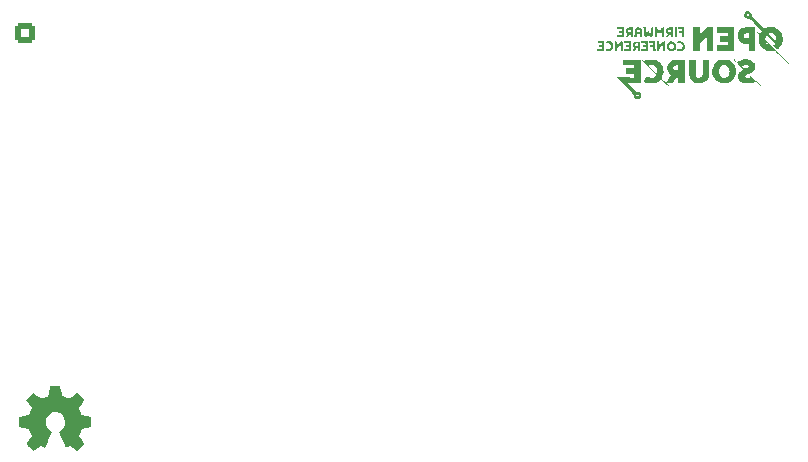
<source format=gbr>
%TF.GenerationSoftware,KiCad,Pcbnew,9.0.2*%
%TF.CreationDate,2025-07-08T15:37:37+02:00*%
%TF.ProjectId,MacroKeyPad,4d616372-6f4b-4657-9950-61642e6b6963,rev?*%
%TF.SameCoordinates,Original*%
%TF.FileFunction,Legend,Bot*%
%TF.FilePolarity,Positive*%
%FSLAX46Y46*%
G04 Gerber Fmt 4.6, Leading zero omitted, Abs format (unit mm)*
G04 Created by KiCad (PCBNEW 9.0.2) date 2025-07-08 15:37:37*
%MOMM*%
%LPD*%
G01*
G04 APERTURE LIST*
G04 Aperture macros list*
%AMRoundRect*
0 Rectangle with rounded corners*
0 $1 Rounding radius*
0 $2 $3 $4 $5 $6 $7 $8 $9 X,Y pos of 4 corners*
0 Add a 4 corners polygon primitive as box body*
4,1,4,$2,$3,$4,$5,$6,$7,$8,$9,$2,$3,0*
0 Add four circle primitives for the rounded corners*
1,1,$1+$1,$2,$3*
1,1,$1+$1,$4,$5*
1,1,$1+$1,$6,$7*
1,1,$1+$1,$8,$9*
0 Add four rect primitives between the rounded corners*
20,1,$1+$1,$2,$3,$4,$5,0*
20,1,$1+$1,$4,$5,$6,$7,0*
20,1,$1+$1,$6,$7,$8,$9,0*
20,1,$1+$1,$8,$9,$2,$3,0*%
G04 Aperture macros list end*
%ADD10C,0.000000*%
%ADD11C,2.490000*%
%ADD12C,1.300000*%
%ADD13R,1.300000X1.300000*%
%ADD14RoundRect,0.250000X0.600000X-0.600000X0.600000X0.600000X-0.600000X0.600000X-0.600000X-0.600000X0*%
%ADD15C,1.700000*%
%ADD16C,1.498600*%
%ADD17C,3.987800*%
%ADD18C,2.200000*%
%ADD19C,2.500000*%
%ADD20C,2.600000*%
%ADD21C,4.400000*%
%ADD22R,1.700000X1.700000*%
%ADD23O,1.700000X1.700000*%
%ADD24R,2.000000X2.000000*%
%ADD25C,2.000000*%
%ADD26R,2.000000X3.200000*%
G04 APERTURE END LIST*
D10*
%TO.C,G\u002A\u002A\u002A*%
G36*
X178790529Y-64692999D02*
G01*
X178790529Y-65104002D01*
X178489127Y-65104002D01*
X178187725Y-65104002D01*
X178187725Y-65021801D01*
X178187725Y-64939601D01*
X178393226Y-64939601D01*
X178598728Y-64939601D01*
X178598728Y-64857400D01*
X178597189Y-64816807D01*
X178583270Y-64788037D01*
X178542828Y-64776995D01*
X178461727Y-64775199D01*
X178394072Y-64774276D01*
X178346122Y-64765925D01*
X178327719Y-64741659D01*
X178324726Y-64692999D01*
X178326264Y-64652406D01*
X178340183Y-64623636D01*
X178380625Y-64612594D01*
X178461727Y-64610798D01*
X178529381Y-64609875D01*
X178577331Y-64601523D01*
X178595735Y-64577258D01*
X178598728Y-64528597D01*
X178598728Y-64446397D01*
X178406926Y-64446397D01*
X178215125Y-64446397D01*
X178215125Y-64364196D01*
X178215125Y-64281995D01*
X178502827Y-64281995D01*
X178790529Y-64281995D01*
X178790529Y-64692999D01*
G37*
G36*
X179524218Y-64699849D02*
G01*
X179531800Y-65104002D01*
X179435167Y-65104002D01*
X179338534Y-65104002D01*
X179338534Y-64967001D01*
X179336751Y-64913127D01*
X179322845Y-64848003D01*
X179294660Y-64835279D01*
X179251608Y-64874954D01*
X179193102Y-64967029D01*
X179152642Y-65035661D01*
X179114305Y-65081522D01*
X179070978Y-65100355D01*
X179006533Y-65104002D01*
X178965096Y-65102852D01*
X178919111Y-65092647D01*
X178917134Y-65069752D01*
X178924188Y-65057988D01*
X178957872Y-65002927D01*
X179002193Y-64931330D01*
X179067012Y-64827159D01*
X178997271Y-64744276D01*
X178938954Y-64647772D01*
X178924140Y-64547035D01*
X178925987Y-64541396D01*
X179122060Y-64541396D01*
X179135935Y-64603948D01*
X179181878Y-64640038D01*
X179252246Y-64660484D01*
X179280565Y-64662955D01*
X179320661Y-64658203D01*
X179336038Y-64627329D01*
X179338534Y-64555998D01*
X179338269Y-64518914D01*
X179331598Y-64467035D01*
X179306869Y-64449345D01*
X179252246Y-64451511D01*
X179225753Y-64455651D01*
X179154742Y-64488369D01*
X179122060Y-64541396D01*
X178925987Y-64541396D01*
X178954240Y-64455159D01*
X179024137Y-64377664D01*
X179128716Y-64320069D01*
X179262863Y-64287892D01*
X179421460Y-64286653D01*
X179516635Y-64295696D01*
X179521519Y-64555998D01*
X179524218Y-64699849D01*
G37*
G36*
X180316044Y-64641206D02*
G01*
X180322168Y-64752488D01*
X180324544Y-64867050D01*
X180322921Y-64970425D01*
X180317048Y-65048143D01*
X180306675Y-65085735D01*
X180273527Y-65098134D01*
X180210774Y-65104002D01*
X180183812Y-65103357D01*
X180149434Y-65092515D01*
X180135657Y-65056574D01*
X180133140Y-64980701D01*
X180133140Y-64857400D01*
X179996139Y-64857400D01*
X179859138Y-64857400D01*
X179859138Y-64980701D01*
X179858531Y-65036678D01*
X179849847Y-65084023D01*
X179821277Y-65101493D01*
X179760942Y-65104002D01*
X179662747Y-65104002D01*
X179671892Y-64772887D01*
X179676595Y-64602578D01*
X179859138Y-64602578D01*
X179860706Y-64650645D01*
X179874632Y-64680401D01*
X179915060Y-64691406D01*
X179996139Y-64692999D01*
X180053197Y-64692306D01*
X180106972Y-64685197D01*
X180128938Y-64664396D01*
X180133140Y-64622697D01*
X180120821Y-64536295D01*
X180075745Y-64469584D01*
X180000655Y-64446397D01*
X179924091Y-64460150D01*
X179874685Y-64510628D01*
X179859138Y-64602578D01*
X179676595Y-64602578D01*
X179681036Y-64441772D01*
X179770519Y-64361884D01*
X179824170Y-64319762D01*
X179896168Y-64289715D01*
X179992876Y-64281995D01*
X180026099Y-64283017D01*
X180152028Y-64312570D01*
X180241939Y-64383285D01*
X180296445Y-64495593D01*
X180306423Y-64547674D01*
X180314140Y-64622697D01*
X180316044Y-64641206D01*
G37*
G36*
X180520183Y-64286855D02*
G01*
X180612644Y-64295696D01*
X180637286Y-64583398D01*
X180661928Y-64871100D01*
X180716058Y-64740949D01*
X180724563Y-64720864D01*
X180760389Y-64651195D01*
X180796255Y-64618767D01*
X180844805Y-64610798D01*
X180890170Y-64617469D01*
X180930720Y-64650484D01*
X180970157Y-64723305D01*
X180974794Y-64733518D01*
X181005482Y-64793322D01*
X181025189Y-64808440D01*
X181040893Y-64784956D01*
X181049494Y-64748386D01*
X181058703Y-64667387D01*
X181063196Y-64569698D01*
X181066806Y-64452437D01*
X181077403Y-64363768D01*
X181098962Y-64312072D01*
X181135682Y-64287948D01*
X181191766Y-64281995D01*
X181246851Y-64284889D01*
X181273975Y-64301898D01*
X181271672Y-64343646D01*
X181265140Y-64385110D01*
X181254370Y-64472449D01*
X181241674Y-64588794D01*
X181228624Y-64720399D01*
X181217137Y-64836295D01*
X181204853Y-64948087D01*
X181194482Y-65030028D01*
X181187482Y-65069752D01*
X181155385Y-65093855D01*
X181093447Y-65104002D01*
X181053654Y-65100650D01*
X181014976Y-65080880D01*
X180978034Y-65033271D01*
X180931203Y-64946540D01*
X180851582Y-64789078D01*
X180774355Y-64946540D01*
X180733826Y-65025053D01*
X180697691Y-65076528D01*
X180660603Y-65099037D01*
X180610693Y-65104002D01*
X180524257Y-65104002D01*
X180492425Y-64809450D01*
X180482825Y-64721972D01*
X180467698Y-64588806D01*
X180454112Y-64474333D01*
X180444159Y-64396456D01*
X180427723Y-64278015D01*
X180520183Y-64286855D01*
G37*
G36*
X182188156Y-64692999D02*
G01*
X182188156Y-65104002D01*
X182092255Y-65104002D01*
X181996355Y-65104002D01*
X181995617Y-64850550D01*
X181994880Y-64597098D01*
X181920267Y-64686396D01*
X181902574Y-64705972D01*
X181841937Y-64755750D01*
X181790853Y-64775693D01*
X181777021Y-64773517D01*
X181720543Y-64742485D01*
X181661439Y-64686396D01*
X181586826Y-64597098D01*
X181586088Y-64850550D01*
X181585351Y-65104002D01*
X181488718Y-65104002D01*
X181392085Y-65104002D01*
X181399667Y-64699849D01*
X181407250Y-64295696D01*
X181490709Y-64287527D01*
X181512367Y-64286162D01*
X181561117Y-64294972D01*
X181606124Y-64330432D01*
X181662933Y-64402962D01*
X181700044Y-64453041D01*
X181747887Y-64512565D01*
X181776936Y-64542164D01*
X181801379Y-64532901D01*
X181848150Y-64488994D01*
X181905113Y-64419878D01*
X181938963Y-64375835D01*
X181993508Y-64316728D01*
X182041674Y-64288935D01*
X182098104Y-64281995D01*
X182188156Y-64281995D01*
X182188156Y-64692999D01*
G37*
G36*
X182921844Y-64699849D02*
G01*
X182929427Y-65104002D01*
X182832794Y-65104002D01*
X182736160Y-65104002D01*
X182736160Y-64967001D01*
X182734859Y-64916457D01*
X182723573Y-64850650D01*
X182699415Y-64830000D01*
X182677302Y-64842517D01*
X182634761Y-64892277D01*
X182588104Y-64967001D01*
X182549047Y-65035353D01*
X182511538Y-65081462D01*
X182468752Y-65100359D01*
X182404684Y-65104002D01*
X182377033Y-65103877D01*
X182323999Y-65099347D01*
X182311314Y-65081763D01*
X182328078Y-65042351D01*
X182365238Y-64978500D01*
X182413370Y-64904983D01*
X182466412Y-64829266D01*
X182395785Y-64745330D01*
X182337140Y-64648521D01*
X182328148Y-64588740D01*
X182521705Y-64588740D01*
X182529795Y-64619117D01*
X182562450Y-64647859D01*
X182633410Y-64660402D01*
X182736160Y-64668906D01*
X182736160Y-64557652D01*
X182736027Y-64534004D01*
X182730202Y-64474962D01*
X182707639Y-64450945D01*
X182657315Y-64446397D01*
X182586295Y-64459811D01*
X182532427Y-64509319D01*
X182521705Y-64588740D01*
X182328148Y-64588740D01*
X182321941Y-64547471D01*
X182351727Y-64455374D01*
X182421417Y-64377737D01*
X182525928Y-64320066D01*
X182660179Y-64287870D01*
X182819087Y-64286653D01*
X182914262Y-64295696D01*
X182919176Y-64557652D01*
X182921844Y-64699849D01*
G37*
G36*
X183256765Y-64692999D02*
G01*
X183256765Y-65104002D01*
X183160864Y-65104002D01*
X183064963Y-65104002D01*
X183064963Y-64692999D01*
X183064963Y-64281995D01*
X183160864Y-64281995D01*
X183256765Y-64281995D01*
X183256765Y-64692999D01*
G37*
G36*
X183886969Y-64694735D02*
G01*
X183886969Y-65107474D01*
X183797919Y-65098888D01*
X183791228Y-65098237D01*
X183743843Y-65090323D01*
X183718377Y-65069372D01*
X183706693Y-65021482D01*
X183700651Y-64932751D01*
X183692433Y-64775199D01*
X183556800Y-64775199D01*
X183491188Y-64774326D01*
X183442817Y-64766077D01*
X183424211Y-64741837D01*
X183421166Y-64692999D01*
X183422704Y-64652406D01*
X183436623Y-64623636D01*
X183477066Y-64612594D01*
X183558167Y-64610798D01*
X183625821Y-64609875D01*
X183673771Y-64601523D01*
X183692175Y-64577258D01*
X183695168Y-64528597D01*
X183695168Y-64446397D01*
X183517067Y-64446397D01*
X183338965Y-64446397D01*
X183338965Y-64364196D01*
X183338965Y-64281995D01*
X183612967Y-64281995D01*
X183886969Y-64281995D01*
X183886969Y-64694735D01*
G37*
G36*
X176824564Y-65466096D02*
G01*
X177105416Y-65473905D01*
X177112999Y-65878058D01*
X177120581Y-66282211D01*
X176818446Y-66282211D01*
X176516311Y-66282211D01*
X176516311Y-66200011D01*
X176516311Y-66117810D01*
X176721813Y-66117810D01*
X176927315Y-66117810D01*
X176927315Y-66035609D01*
X176925776Y-65995017D01*
X176911857Y-65966247D01*
X176871415Y-65955204D01*
X176790314Y-65953409D01*
X176722659Y-65952486D01*
X176674709Y-65944134D01*
X176656306Y-65919869D01*
X176653313Y-65871208D01*
X176654851Y-65830615D01*
X176668770Y-65801845D01*
X176709212Y-65790803D01*
X176790314Y-65789007D01*
X176857968Y-65788084D01*
X176905918Y-65779733D01*
X176924322Y-65755467D01*
X176927315Y-65706807D01*
X176927315Y-65624606D01*
X176735513Y-65624606D01*
X176543712Y-65624606D01*
X176543712Y-65541447D01*
X176543712Y-65458288D01*
X176824564Y-65466096D01*
G37*
G36*
X177596869Y-65482730D02*
G01*
X177725200Y-65547478D01*
X177824126Y-65649208D01*
X177872133Y-65758011D01*
X177885747Y-65891992D01*
X177861313Y-66026015D01*
X177801860Y-66144560D01*
X177710414Y-66232104D01*
X177700984Y-66237849D01*
X177636775Y-66265724D01*
X177557018Y-66277396D01*
X177442539Y-66276007D01*
X177349179Y-66269279D01*
X177276437Y-66260019D01*
X177242554Y-66250382D01*
X177236029Y-66222140D01*
X177243495Y-66164372D01*
X177253665Y-66131694D01*
X177275316Y-66108519D01*
X177320548Y-66102928D01*
X177404735Y-66109708D01*
X177440751Y-66112517D01*
X177539659Y-66110215D01*
X177607206Y-66093147D01*
X177633342Y-66073522D01*
X177678685Y-66000146D01*
X177699616Y-65903203D01*
X177690401Y-65802707D01*
X177681811Y-65775512D01*
X177626377Y-65686423D01*
X177537537Y-65638498D01*
X177411579Y-65629430D01*
X177377738Y-65631377D01*
X177309902Y-65629823D01*
X177273960Y-65613167D01*
X177253269Y-65575767D01*
X177246124Y-65553723D01*
X177251065Y-65514089D01*
X177299555Y-65486716D01*
X177311154Y-65482510D01*
X177453923Y-65459547D01*
X177596869Y-65482730D01*
G37*
G36*
X178618696Y-65467383D02*
G01*
X178638993Y-65476031D01*
X178652992Y-65497371D01*
X178662133Y-65539823D01*
X178667856Y-65611809D01*
X178671602Y-65721747D01*
X178674811Y-65878058D01*
X178682393Y-66282211D01*
X178585760Y-66282211D01*
X178489127Y-66282211D01*
X178489127Y-66002295D01*
X178489127Y-65722379D01*
X178338426Y-65871208D01*
X178301673Y-65907826D01*
X178239172Y-65975365D01*
X178204969Y-66027986D01*
X178190630Y-66081352D01*
X178187725Y-66151124D01*
X178187725Y-66282211D01*
X178091091Y-66282211D01*
X177994458Y-66282211D01*
X178002041Y-65878058D01*
X178009623Y-65473905D01*
X178091824Y-65473905D01*
X178135001Y-65476035D01*
X178162842Y-65491738D01*
X178175764Y-65534746D01*
X178182342Y-65618784D01*
X178190660Y-65763664D01*
X178365866Y-65609842D01*
X178378511Y-65598806D01*
X178479290Y-65517703D01*
X178552329Y-65474410D01*
X178604150Y-65464962D01*
X178618696Y-65467383D01*
G37*
G36*
X179365934Y-65870249D02*
G01*
X179365934Y-66282211D01*
X179078232Y-66282211D01*
X178790529Y-66282211D01*
X178790529Y-66200011D01*
X178790529Y-66117810D01*
X178996031Y-66117810D01*
X179201533Y-66117810D01*
X179201533Y-66035609D01*
X179199994Y-65995017D01*
X179186075Y-65966247D01*
X179145633Y-65955204D01*
X179064532Y-65953409D01*
X178996877Y-65952486D01*
X178948927Y-65944134D01*
X178930524Y-65919869D01*
X178927530Y-65871208D01*
X178929069Y-65830615D01*
X178942988Y-65801845D01*
X178983430Y-65790803D01*
X179064532Y-65789007D01*
X179132186Y-65788084D01*
X179180136Y-65779733D01*
X179198539Y-65755467D01*
X179201533Y-65706807D01*
X179201533Y-65624606D01*
X178994211Y-65624606D01*
X178786889Y-65624606D01*
X178795559Y-65549255D01*
X178804229Y-65473905D01*
X179085082Y-65466096D01*
X179365934Y-65458288D01*
X179365934Y-65870249D01*
G37*
G36*
X180105740Y-65884908D02*
G01*
X180105740Y-66282211D01*
X180023539Y-66282211D01*
X179982946Y-66280673D01*
X179954176Y-66266754D01*
X179943134Y-66226311D01*
X179941338Y-66145210D01*
X179939201Y-66080508D01*
X179927070Y-66024797D01*
X179901948Y-66008209D01*
X179878798Y-66020671D01*
X179835120Y-66070432D01*
X179787993Y-66145210D01*
X179750568Y-66210831D01*
X179712687Y-66258472D01*
X179670465Y-66278273D01*
X179608181Y-66282211D01*
X179587549Y-66281943D01*
X179527206Y-66277208D01*
X179502935Y-66268430D01*
X179509890Y-66251659D01*
X179539034Y-66198938D01*
X179583175Y-66125732D01*
X179663415Y-65996815D01*
X179596875Y-65930275D01*
X179546526Y-65856418D01*
X179525304Y-65751381D01*
X179528251Y-65737923D01*
X179698811Y-65737923D01*
X179723101Y-65790809D01*
X179763749Y-65829417D01*
X179846402Y-65843808D01*
X179873972Y-65843566D01*
X179920519Y-65835572D01*
X179938414Y-65804384D01*
X179941338Y-65734207D01*
X179941224Y-65712267D01*
X179935451Y-65653114D01*
X179912568Y-65629120D01*
X179861095Y-65624606D01*
X179796295Y-65635728D01*
X179737794Y-65667663D01*
X179705164Y-65703860D01*
X179698811Y-65737923D01*
X179528251Y-65737923D01*
X179548276Y-65646487D01*
X179614638Y-65558541D01*
X179664811Y-65521671D01*
X179718484Y-65499866D01*
X179791821Y-65489950D01*
X179902340Y-65487605D01*
X180105740Y-65487605D01*
X180105740Y-65734207D01*
X180105740Y-65884908D01*
G37*
G36*
X180523593Y-65466096D02*
G01*
X180804445Y-65473905D01*
X180812028Y-65878058D01*
X180819610Y-66282211D01*
X180517475Y-66282211D01*
X180215341Y-66282211D01*
X180215341Y-66200011D01*
X180215341Y-66117810D01*
X180420842Y-66117810D01*
X180626344Y-66117810D01*
X180626344Y-66035609D01*
X180624805Y-65995017D01*
X180610886Y-65966247D01*
X180570444Y-65955204D01*
X180489343Y-65953409D01*
X180421688Y-65952486D01*
X180373738Y-65944134D01*
X180355335Y-65919869D01*
X180352342Y-65871208D01*
X180353880Y-65830615D01*
X180367799Y-65801845D01*
X180408241Y-65790803D01*
X180489343Y-65789007D01*
X180544324Y-65788358D01*
X180599234Y-65781443D01*
X180621902Y-65761161D01*
X180626344Y-65720507D01*
X180625995Y-65702241D01*
X180618533Y-65673866D01*
X180592098Y-65658879D01*
X180534748Y-65653014D01*
X180434542Y-65652006D01*
X180242741Y-65652006D01*
X180242741Y-65555147D01*
X180242741Y-65458288D01*
X180523593Y-65466096D01*
G37*
G36*
X181442233Y-65878058D02*
G01*
X181449815Y-66282211D01*
X181353182Y-66282211D01*
X181256549Y-66282211D01*
X181256549Y-66117810D01*
X181256549Y-65953409D01*
X181119548Y-65953409D01*
X181051893Y-65952486D01*
X181003943Y-65944134D01*
X180985540Y-65919869D01*
X180982547Y-65871208D01*
X180984085Y-65830615D01*
X180998004Y-65801845D01*
X181038446Y-65790803D01*
X181119548Y-65789007D01*
X181187202Y-65788084D01*
X181235152Y-65779733D01*
X181253556Y-65755467D01*
X181256549Y-65706807D01*
X181256549Y-65624606D01*
X181076627Y-65624606D01*
X180896706Y-65624606D01*
X180905376Y-65549255D01*
X180914046Y-65473905D01*
X181174348Y-65473905D01*
X181434650Y-65473905D01*
X181442233Y-65878058D01*
G37*
G36*
X181777153Y-65628949D02*
G01*
X181777153Y-65797694D01*
X181952883Y-65628949D01*
X181954364Y-65627528D01*
X182061145Y-65532180D01*
X182141106Y-65477601D01*
X182199485Y-65460205D01*
X182270357Y-65460205D01*
X182270357Y-65871208D01*
X182270357Y-66282211D01*
X182189115Y-66282211D01*
X182107873Y-66282211D01*
X182100064Y-66003871D01*
X182092255Y-65725530D01*
X181934704Y-65869619D01*
X181884355Y-65916174D01*
X181824568Y-65977177D01*
X181792499Y-66026025D01*
X181779558Y-66077894D01*
X181777153Y-66147960D01*
X181776330Y-66211492D01*
X181768184Y-66260298D01*
X181743972Y-66279112D01*
X181694952Y-66282211D01*
X181612752Y-66282211D01*
X181612752Y-65871208D01*
X181612752Y-65460205D01*
X181694952Y-65460205D01*
X181777153Y-65460205D01*
X181777153Y-65628949D01*
G37*
G36*
X183186932Y-65956275D02*
G01*
X183142150Y-66084418D01*
X183068086Y-66189017D01*
X182971297Y-66255664D01*
X182921767Y-66270364D01*
X182802476Y-66280377D01*
X182679526Y-66265835D01*
X182580098Y-66228616D01*
X182478969Y-66143444D01*
X182413902Y-66034159D01*
X182389077Y-65914299D01*
X182397817Y-65824558D01*
X182575588Y-65824558D01*
X182579707Y-65902058D01*
X182582496Y-65919369D01*
X182607400Y-66003682D01*
X182642184Y-66065136D01*
X182695362Y-66101382D01*
X182785590Y-66118990D01*
X182879406Y-66104302D01*
X182954295Y-66057843D01*
X182995583Y-65988107D01*
X183012771Y-65883896D01*
X182994989Y-65777965D01*
X182942907Y-65691861D01*
X182920151Y-65671249D01*
X182832623Y-65629082D01*
X182741636Y-65641398D01*
X182648422Y-65708129D01*
X182595877Y-65768470D01*
X182575588Y-65824558D01*
X182397817Y-65824558D01*
X182400913Y-65792767D01*
X182445827Y-65678468D01*
X182520237Y-65580306D01*
X182620561Y-65507184D01*
X182743217Y-65468006D01*
X182884623Y-65471677D01*
X182967576Y-65502516D01*
X183067353Y-65575866D01*
X183147122Y-65672252D01*
X183189996Y-65774903D01*
X183195881Y-65818995D01*
X183191650Y-65883896D01*
X183186932Y-65956275D01*
G37*
G36*
X183691726Y-65493730D02*
G01*
X183808493Y-65563079D01*
X183889013Y-65672728D01*
X183931354Y-65821197D01*
X183934272Y-65895048D01*
X183907610Y-66029395D01*
X183846211Y-66148783D01*
X183757680Y-66235091D01*
X183697653Y-66262899D01*
X183615999Y-66275992D01*
X183497987Y-66275379D01*
X183404592Y-66268725D01*
X183330993Y-66258981D01*
X183296045Y-66248424D01*
X183288062Y-66221634D01*
X183293956Y-66164731D01*
X183304458Y-66133191D01*
X183327457Y-66112236D01*
X183375387Y-66106754D01*
X183463001Y-66112159D01*
X183501761Y-66115004D01*
X183581495Y-66114688D01*
X183635029Y-66098497D01*
X183682821Y-66061738D01*
X183732600Y-65989192D01*
X183753876Y-65885472D01*
X183736017Y-65778895D01*
X183679207Y-65688354D01*
X183653313Y-65663831D01*
X183608215Y-65635317D01*
X183551866Y-65627368D01*
X183462949Y-65634693D01*
X183388460Y-65642347D01*
X183337828Y-65640243D01*
X183313262Y-65621216D01*
X183299475Y-65580166D01*
X183291479Y-65528171D01*
X183297108Y-65492928D01*
X183318367Y-65485414D01*
X183381893Y-65475245D01*
X183469693Y-65467258D01*
X183540648Y-65466166D01*
X183691726Y-65493730D01*
G37*
G36*
X185174780Y-64599847D02*
G01*
X185174780Y-64917698D01*
X185506547Y-64599847D01*
X185838314Y-64281995D01*
X186095651Y-64281995D01*
X186352989Y-64281995D01*
X186352989Y-65282103D01*
X186352989Y-66282211D01*
X186079501Y-66282211D01*
X185806013Y-66282211D01*
X185798649Y-65665453D01*
X185791284Y-65048695D01*
X185483032Y-65338890D01*
X185174780Y-65629085D01*
X185174780Y-65955648D01*
X185174780Y-66282211D01*
X184900777Y-66282211D01*
X184626775Y-66282211D01*
X184626775Y-65282103D01*
X184626775Y-64281995D01*
X184900777Y-64281995D01*
X185174780Y-64281995D01*
X185174780Y-64599847D01*
G37*
G36*
X188134003Y-65282103D02*
G01*
X188134003Y-66282211D01*
X187379430Y-66282211D01*
X186624858Y-66282211D01*
X186632774Y-66042459D01*
X186640691Y-65802707D01*
X187127045Y-65795225D01*
X187613399Y-65787743D01*
X187613399Y-65651374D01*
X187613399Y-65515005D01*
X187270896Y-65515005D01*
X186928393Y-65515005D01*
X186928393Y-65282103D01*
X186928393Y-65049201D01*
X187257196Y-65049201D01*
X187585999Y-65049201D01*
X187585999Y-64912200D01*
X187585999Y-64775199D01*
X187120195Y-64775199D01*
X186654391Y-64775199D01*
X186654391Y-64528597D01*
X186654391Y-64281995D01*
X187394197Y-64281995D01*
X188134003Y-64281995D01*
X188134003Y-65282103D01*
G37*
G36*
X189887617Y-65279048D02*
G01*
X189887617Y-66282211D01*
X189627315Y-66282211D01*
X189367013Y-66282211D01*
X189367013Y-65998579D01*
X189367013Y-65714946D01*
X189136111Y-65698651D01*
X188949809Y-65672113D01*
X188757917Y-65606121D01*
X188606539Y-65503967D01*
X188496467Y-65366416D01*
X188428491Y-65194237D01*
X188404158Y-64994401D01*
X188943555Y-64994401D01*
X188944634Y-65030716D01*
X188962137Y-65107434D01*
X189007618Y-65161727D01*
X189020493Y-65171252D01*
X189101006Y-65203570D01*
X189219347Y-65213603D01*
X189367013Y-65213603D01*
X189367013Y-64994401D01*
X189367013Y-64775199D01*
X189219347Y-64775199D01*
X189103223Y-64784836D01*
X189011366Y-64821972D01*
X188959720Y-64890574D01*
X188943555Y-64994401D01*
X188404158Y-64994401D01*
X188403403Y-64988197D01*
X188403558Y-64953711D01*
X188432684Y-64760679D01*
X188508547Y-64594164D01*
X188628928Y-64457783D01*
X188791608Y-64355156D01*
X188795051Y-64353576D01*
X188847515Y-64332731D01*
X188906545Y-64317226D01*
X188981788Y-64305983D01*
X189082891Y-64297925D01*
X189219500Y-64291974D01*
X189401263Y-64287052D01*
X189887617Y-64275885D01*
X189887617Y-64994401D01*
X189887617Y-65279048D01*
G37*
G36*
X189608873Y-63241263D02*
G01*
X189606590Y-63273919D01*
X189609340Y-63304189D01*
X189621368Y-63336914D01*
X189646891Y-63377274D01*
X189690123Y-63430449D01*
X189755279Y-63501620D01*
X189846573Y-63595967D01*
X189968221Y-63718669D01*
X190124437Y-63874907D01*
X190650327Y-64400278D01*
X190790376Y-64340031D01*
X191002481Y-64277055D01*
X191231022Y-64260589D01*
X191462119Y-64290884D01*
X191683361Y-64367557D01*
X191776392Y-64421404D01*
X191916265Y-64537009D01*
X192040251Y-64678730D01*
X192132207Y-64829935D01*
X192160422Y-64894357D01*
X192182674Y-64963638D01*
X192195553Y-65040978D01*
X192201495Y-65141944D01*
X192202779Y-65266912D01*
X192202935Y-65282103D01*
X192202935Y-65284384D01*
X192201624Y-65422028D01*
X192196055Y-65520472D01*
X192183698Y-65595077D01*
X192162024Y-65661202D01*
X192128507Y-65734207D01*
X192099888Y-65786280D01*
X192026205Y-65894964D01*
X191939345Y-66001206D01*
X191852335Y-66089721D01*
X191778200Y-66145227D01*
X191750906Y-66149425D01*
X191708548Y-66129713D01*
X191646427Y-66078898D01*
X191556763Y-65991583D01*
X191380928Y-65813532D01*
X191470576Y-65739619D01*
X191560223Y-65665706D01*
X191194773Y-65301223D01*
X191126394Y-65233058D01*
X191016358Y-65124128D01*
X190936678Y-65047681D01*
X190881739Y-64999571D01*
X190845923Y-64975651D01*
X190823614Y-64971774D01*
X190809197Y-64983793D01*
X190797055Y-65007563D01*
X190794681Y-65012947D01*
X190768208Y-65092367D01*
X190748142Y-65182473D01*
X190731497Y-65286561D01*
X191249434Y-65802052D01*
X191746375Y-66296647D01*
X191824500Y-66374509D01*
X192014182Y-66564461D01*
X192189745Y-66741548D01*
X192347635Y-66902107D01*
X192484299Y-67042475D01*
X192596184Y-67158988D01*
X192679736Y-67247985D01*
X192731402Y-67305802D01*
X192747628Y-67328776D01*
X192745712Y-67331619D01*
X192714821Y-67350820D01*
X192712643Y-67349801D01*
X192680946Y-67322893D01*
X192616840Y-67263045D01*
X192525346Y-67175116D01*
X192411485Y-67063964D01*
X192280277Y-66934448D01*
X192136742Y-66791425D01*
X191993957Y-66648723D01*
X191861577Y-66517425D01*
X191758997Y-66417692D01*
X191681530Y-66345577D01*
X191624487Y-66297133D01*
X191583179Y-66268416D01*
X191552919Y-66255477D01*
X191529018Y-66254372D01*
X191506788Y-66261153D01*
X191471091Y-66272528D01*
X191358593Y-66288931D01*
X191218826Y-66292138D01*
X191069680Y-66282940D01*
X190929046Y-66262130D01*
X190814812Y-66230500D01*
X190812326Y-66229535D01*
X190614459Y-66125520D01*
X190446168Y-65982772D01*
X190315245Y-65809501D01*
X190229483Y-65613914D01*
X190228397Y-65610211D01*
X190205839Y-65492780D01*
X190771238Y-65492780D01*
X190802876Y-65564684D01*
X190817795Y-65589628D01*
X190869940Y-65655530D01*
X190934017Y-65720206D01*
X190995106Y-65769437D01*
X191038287Y-65789007D01*
X191058106Y-65791671D01*
X191111535Y-65806519D01*
X191117561Y-65802052D01*
X191095673Y-65767638D01*
X191044640Y-65707196D01*
X190970110Y-65627864D01*
X190877278Y-65536582D01*
X190808406Y-65478716D01*
X190773070Y-65464119D01*
X190771238Y-65492780D01*
X190205839Y-65492780D01*
X190201469Y-65470028D01*
X190190603Y-65306845D01*
X190196243Y-65145653D01*
X190218830Y-65011439D01*
X190219598Y-65008668D01*
X190233483Y-64947702D01*
X190228829Y-64903360D01*
X190198779Y-64857305D01*
X190136476Y-64791200D01*
X190088280Y-64740175D01*
X190042360Y-64686302D01*
X190024618Y-64657711D01*
X190030102Y-64641321D01*
X190063721Y-64640280D01*
X190119368Y-64672056D01*
X190187061Y-64732079D01*
X190278054Y-64825960D01*
X190317480Y-64768796D01*
X191038426Y-64768796D01*
X191046752Y-64781888D01*
X191087603Y-64829063D01*
X191156694Y-64903095D01*
X191247509Y-64997053D01*
X191353528Y-65104002D01*
X191668631Y-65418210D01*
X191668631Y-65266912D01*
X191665116Y-65200868D01*
X191627681Y-65043561D01*
X191554541Y-64908563D01*
X191452227Y-64809671D01*
X191406390Y-64783321D01*
X191317421Y-64755731D01*
X191198775Y-64747799D01*
X191127774Y-64749983D01*
X191063289Y-64757601D01*
X191038426Y-64768796D01*
X190317480Y-64768796D01*
X190366426Y-64697829D01*
X190454797Y-64569698D01*
X189937879Y-64048410D01*
X189801572Y-63911091D01*
X189676168Y-63785703D01*
X189579608Y-63691311D01*
X189506703Y-63623652D01*
X189452261Y-63578465D01*
X189411094Y-63551487D01*
X189378011Y-63538458D01*
X189347821Y-63535115D01*
X189315336Y-63537196D01*
X189273790Y-63538799D01*
X189148591Y-63512396D01*
X189047747Y-63443822D01*
X188980480Y-63341382D01*
X188957825Y-63222885D01*
X189181771Y-63222885D01*
X189203703Y-63283202D01*
X189252623Y-63316587D01*
X189315645Y-63315918D01*
X189363725Y-63274330D01*
X189365490Y-63270893D01*
X189373366Y-63204831D01*
X189338350Y-63152485D01*
X189271597Y-63131186D01*
X189252438Y-63133174D01*
X189201123Y-63165920D01*
X189181771Y-63222885D01*
X188957825Y-63222885D01*
X188956009Y-63213387D01*
X188957512Y-63179974D01*
X188990965Y-63061652D01*
X189060179Y-62970994D01*
X189154285Y-62911092D01*
X189262416Y-62885040D01*
X189373704Y-62895927D01*
X189477281Y-62946847D01*
X189562279Y-63040892D01*
X189598548Y-63119387D01*
X189605787Y-63204831D01*
X189608873Y-63241263D01*
G37*
G36*
X184845977Y-67653102D02*
G01*
X184846608Y-67847094D01*
X184849113Y-68025910D01*
X184853851Y-68161924D01*
X184861167Y-68261560D01*
X184871408Y-68331240D01*
X184884919Y-68377388D01*
X184887050Y-68382307D01*
X184951263Y-68469343D01*
X185045148Y-68532233D01*
X185147379Y-68556429D01*
X185152566Y-68556357D01*
X185254889Y-68529788D01*
X185347756Y-68465282D01*
X185409840Y-68377388D01*
X185421717Y-68338736D01*
X185432381Y-68272624D01*
X185440075Y-68177428D01*
X185445142Y-68046725D01*
X185447929Y-67874090D01*
X185448782Y-67653102D01*
X185448782Y-67022017D01*
X185724830Y-67022017D01*
X186000879Y-67022017D01*
X185991631Y-67727573D01*
X185990605Y-67802795D01*
X185987129Y-68008969D01*
X185982940Y-68169736D01*
X185977528Y-68292247D01*
X185970383Y-68383652D01*
X185960995Y-68451100D01*
X185948853Y-68501743D01*
X185933446Y-68542729D01*
X185864384Y-68660526D01*
X185736133Y-68800167D01*
X185575219Y-68916196D01*
X185393981Y-68998196D01*
X185386995Y-69000171D01*
X185319623Y-69009225D01*
X185219750Y-69013626D01*
X185106279Y-69012441D01*
X185022836Y-69006665D01*
X184828790Y-68965976D01*
X184662134Y-68884505D01*
X184511662Y-68757448D01*
X184509679Y-68755391D01*
X184453610Y-68694846D01*
X184409271Y-68637928D01*
X184375183Y-68577334D01*
X184349869Y-68505760D01*
X184331848Y-68415903D01*
X184319642Y-68300459D01*
X184311773Y-68152125D01*
X184306761Y-67963597D01*
X184303128Y-67727573D01*
X184293880Y-67022017D01*
X184569928Y-67022017D01*
X184845977Y-67022017D01*
X184845977Y-67653102D01*
G37*
G36*
X188259314Y-68197726D02*
G01*
X188216503Y-68372363D01*
X188116671Y-68571749D01*
X187973052Y-68748801D01*
X187795432Y-68887042D01*
X187589556Y-68980897D01*
X187495177Y-69003170D01*
X187322292Y-69018087D01*
X187136985Y-69010026D01*
X186960550Y-68980370D01*
X186814284Y-68930505D01*
X186627258Y-68812755D01*
X186466339Y-68649176D01*
X186341879Y-68446828D01*
X186315496Y-68389715D01*
X186284399Y-68309071D01*
X186266763Y-68231183D01*
X186258891Y-68136883D01*
X186257088Y-68007004D01*
X186257281Y-67987630D01*
X186801800Y-67987630D01*
X186818766Y-68159009D01*
X186868197Y-68303662D01*
X186954143Y-68422682D01*
X187076384Y-68504220D01*
X187103278Y-68515627D01*
X187189378Y-68543685D01*
X187257196Y-68554625D01*
X187301675Y-68550331D01*
X187402162Y-68525371D01*
X187503065Y-68486438D01*
X187576900Y-68443118D01*
X187620266Y-68394365D01*
X187673941Y-68285374D01*
X187708981Y-68149972D01*
X187723042Y-68004186D01*
X187713781Y-67864046D01*
X187678856Y-67745580D01*
X187671957Y-67731650D01*
X187582389Y-67609189D01*
X187462672Y-67519229D01*
X187327176Y-67472910D01*
X187228186Y-67469253D01*
X187092477Y-67503864D01*
X186976665Y-67580185D01*
X186886068Y-67691039D01*
X186826007Y-67829247D01*
X186801800Y-67987630D01*
X186257281Y-67987630D01*
X186258279Y-67887555D01*
X186264901Y-67794412D01*
X186281303Y-67717838D01*
X186311831Y-67638077D01*
X186360831Y-67535372D01*
X186398938Y-67463270D01*
X186513653Y-67299409D01*
X186654681Y-67172621D01*
X186834675Y-67070491D01*
X186874491Y-67053195D01*
X186944225Y-67030340D01*
X187023493Y-67016673D01*
X187127362Y-67010048D01*
X187270896Y-67008317D01*
X187298804Y-67008341D01*
X187427506Y-67009979D01*
X187519622Y-67016132D01*
X187590603Y-67029497D01*
X187655899Y-67052773D01*
X187730959Y-67088657D01*
X187908283Y-67205778D01*
X188064733Y-67369078D01*
X188183107Y-67565222D01*
X188203452Y-67614183D01*
X188251934Y-67797968D01*
X188270839Y-67999371D01*
X188270559Y-68004186D01*
X188259314Y-68197726D01*
G37*
G36*
X183941770Y-68008425D02*
G01*
X183941770Y-68994833D01*
X183667768Y-68994833D01*
X183393766Y-68994833D01*
X183393766Y-68693430D01*
X183393754Y-68671402D01*
X183392665Y-68545940D01*
X183388733Y-68464605D01*
X183380438Y-68418062D01*
X183366258Y-68396981D01*
X183344675Y-68392028D01*
X183322629Y-68401512D01*
X183275134Y-68452283D01*
X183208874Y-68548859D01*
X183122230Y-68693430D01*
X182948874Y-68994833D01*
X182644509Y-68994833D01*
X182340143Y-68994833D01*
X182552688Y-69208631D01*
X182625223Y-69284112D01*
X182692876Y-69360662D01*
X182735206Y-69416319D01*
X182745155Y-69442508D01*
X182742013Y-69442778D01*
X182708097Y-69420604D01*
X182643486Y-69366191D01*
X182554188Y-69284959D01*
X182446208Y-69182330D01*
X182325553Y-69063728D01*
X181926028Y-68664870D01*
X181831383Y-68762519D01*
X181785198Y-68804262D01*
X181687718Y-68875231D01*
X181585694Y-68934351D01*
X181571176Y-68941422D01*
X181502236Y-68971818D01*
X181437299Y-68991389D01*
X181361669Y-69002472D01*
X181260651Y-69007407D01*
X181119548Y-69008533D01*
X181014972Y-69007473D01*
X180866245Y-68999833D01*
X180748286Y-68983413D01*
X180646024Y-68956558D01*
X180573545Y-68930729D01*
X180504939Y-68901233D01*
X180472663Y-68880411D01*
X180471400Y-68869674D01*
X180482352Y-68817102D01*
X180507314Y-68737315D01*
X180540456Y-68645905D01*
X180575949Y-68558465D01*
X180607961Y-68490585D01*
X180630664Y-68457858D01*
X180631040Y-68457647D01*
X180667729Y-68458875D01*
X180740564Y-68474181D01*
X180834175Y-68500356D01*
X180930758Y-68526553D01*
X181037161Y-68548141D01*
X181116628Y-68556429D01*
X181121901Y-68556375D01*
X181229988Y-68537388D01*
X181342700Y-68491225D01*
X181440261Y-68428044D01*
X181502896Y-68358004D01*
X181544251Y-68282881D01*
X180887894Y-67626084D01*
X180769591Y-67507030D01*
X180890270Y-67507030D01*
X180898093Y-67525498D01*
X180938653Y-67577269D01*
X181007605Y-67655205D01*
X181099089Y-67752722D01*
X181207245Y-67863233D01*
X181299443Y-67954859D01*
X181399974Y-68052763D01*
X181482090Y-68130490D01*
X181539120Y-68181743D01*
X181564390Y-68200226D01*
X181574394Y-68179200D01*
X181582316Y-68116963D01*
X181585351Y-68027931D01*
X181582572Y-67960968D01*
X181547411Y-67791947D01*
X181474921Y-67652022D01*
X181368948Y-67549692D01*
X181362923Y-67545748D01*
X181292662Y-67510489D01*
X181209445Y-67492719D01*
X181092662Y-67487821D01*
X180999544Y-67490351D01*
X180925631Y-67497267D01*
X180890270Y-67507030D01*
X180769591Y-67507030D01*
X180768769Y-67506203D01*
X180624670Y-67359221D01*
X180497987Y-67227764D01*
X180393036Y-67116426D01*
X180314136Y-67029802D01*
X180265602Y-66972485D01*
X180251753Y-66949071D01*
X180265460Y-66948280D01*
X180309744Y-66973925D01*
X180368556Y-67025444D01*
X180465143Y-67122032D01*
X180621094Y-67066445D01*
X180705279Y-67040959D01*
X180805522Y-67022784D01*
X180929299Y-67012952D01*
X181092147Y-67009587D01*
X181111939Y-67009520D01*
X181248186Y-67010512D01*
X181346352Y-67015856D01*
X181421325Y-67027806D01*
X181487992Y-67048610D01*
X181561239Y-67080521D01*
X181743420Y-67188023D01*
X181904126Y-67339511D01*
X182025321Y-67527949D01*
X182054732Y-67592943D01*
X182121514Y-67817657D01*
X182139598Y-68027931D01*
X182141391Y-68048777D01*
X182114192Y-68275010D01*
X182039746Y-68485064D01*
X181970501Y-68624930D01*
X182140094Y-68796087D01*
X182214561Y-68868938D01*
X182276760Y-68921624D01*
X182316418Y-68941401D01*
X182340586Y-68933088D01*
X182341909Y-68931557D01*
X182369969Y-68892182D01*
X182419436Y-68817201D01*
X182483719Y-68716763D01*
X182556228Y-68601018D01*
X182740973Y-68303105D01*
X182630100Y-68190015D01*
X182589688Y-68145248D01*
X182491356Y-67988468D01*
X182440024Y-67818884D01*
X182436094Y-67704067D01*
X182961309Y-67704067D01*
X182971366Y-67766869D01*
X183019555Y-67828507D01*
X183027464Y-67836250D01*
X183080304Y-67875534D01*
X183144611Y-67894132D01*
X183241819Y-67898824D01*
X183393766Y-67898824D01*
X183393766Y-67693322D01*
X183393766Y-67487821D01*
X183246100Y-67487821D01*
X183186605Y-67490235D01*
X183075145Y-67516918D01*
X183003459Y-67575967D01*
X182966083Y-67670956D01*
X182961309Y-67704067D01*
X182436094Y-67704067D01*
X182434082Y-67645286D01*
X182471923Y-67476460D01*
X182551939Y-67321193D01*
X182672521Y-67188273D01*
X182832061Y-67086486D01*
X182868852Y-67070005D01*
X182920129Y-67051280D01*
X182976835Y-67038219D01*
X183048843Y-67029806D01*
X183146026Y-67025024D01*
X183278259Y-67022856D01*
X183455416Y-67022285D01*
X183941770Y-67022017D01*
X183941770Y-67693322D01*
X183941770Y-68008425D01*
G37*
G36*
X189898741Y-67624699D02*
G01*
X189869762Y-67786159D01*
X189800112Y-67920897D01*
X189685210Y-68035641D01*
X189520478Y-68137119D01*
X189386240Y-68205291D01*
X189659059Y-68478321D01*
X189982959Y-68802472D01*
X190110257Y-68930623D01*
X190275146Y-69099673D01*
X190403355Y-69235421D01*
X190493994Y-69336892D01*
X190546172Y-69403113D01*
X190559001Y-69433109D01*
X190558041Y-69434340D01*
X190528287Y-69427503D01*
X190464635Y-69380230D01*
X190366554Y-69292083D01*
X190233514Y-69162619D01*
X189928704Y-68858673D01*
X189750609Y-68933603D01*
X189746955Y-68935138D01*
X189662756Y-68967979D01*
X189587415Y-68989332D01*
X189505026Y-69001604D01*
X189399681Y-69007202D01*
X189255474Y-69008533D01*
X189187205Y-69008398D01*
X189067371Y-69006235D01*
X188981042Y-68999426D01*
X188913506Y-68985431D01*
X188850053Y-68961707D01*
X188775971Y-68925716D01*
X188716156Y-68892857D01*
X188608310Y-68811873D01*
X188521865Y-68706514D01*
X188508665Y-68686732D01*
X188465750Y-68615623D01*
X188443547Y-68554431D01*
X188436732Y-68481652D01*
X188438627Y-68419872D01*
X188988994Y-68419872D01*
X189007124Y-68471649D01*
X189078430Y-68516727D01*
X189086957Y-68520179D01*
X189168463Y-68544947D01*
X189235982Y-68553495D01*
X189280867Y-68549447D01*
X189364681Y-68535385D01*
X189445843Y-68515926D01*
X189507155Y-68495446D01*
X189531414Y-68478321D01*
X189518272Y-68456294D01*
X189474973Y-68405890D01*
X189411927Y-68340971D01*
X189292441Y-68223704D01*
X189186878Y-68267810D01*
X189108614Y-68304607D01*
X189023129Y-68363493D01*
X188988994Y-68419872D01*
X188438627Y-68419872D01*
X188439980Y-68375782D01*
X188444580Y-68305364D01*
X188458240Y-68213991D01*
X188484348Y-68144889D01*
X188529064Y-68077429D01*
X188563463Y-68037710D01*
X188649732Y-67957979D01*
X188742600Y-67889996D01*
X188876807Y-67806568D01*
X188626950Y-67556321D01*
X188734130Y-67556321D01*
X188851920Y-67671509D01*
X188969709Y-67786697D01*
X189131340Y-67720861D01*
X189159932Y-67709093D01*
X189258402Y-67664660D01*
X189314339Y-67628949D01*
X189335653Y-67595475D01*
X189330253Y-67557752D01*
X189326842Y-67550150D01*
X189274588Y-67502626D01*
X189185235Y-67474940D01*
X189071511Y-67468029D01*
X188946142Y-67482831D01*
X188821856Y-67520284D01*
X188734130Y-67556321D01*
X188626950Y-67556321D01*
X188458761Y-67387869D01*
X188408636Y-67337377D01*
X188292646Y-67218130D01*
X188194535Y-67113847D01*
X188119614Y-67030379D01*
X188073195Y-66973578D01*
X188060590Y-66949295D01*
X188061118Y-66948847D01*
X188090294Y-66958160D01*
X188145249Y-66998483D01*
X188214537Y-67061476D01*
X188348609Y-67193532D01*
X188467358Y-67137050D01*
X188538778Y-67104813D01*
X188738066Y-67036556D01*
X188942164Y-67002751D01*
X189172799Y-66999152D01*
X189244403Y-67002439D01*
X189354576Y-67011391D01*
X189436572Y-67026942D01*
X189508107Y-67053151D01*
X189586897Y-67094082D01*
X189632272Y-67122095D01*
X189738502Y-67205867D01*
X189819116Y-67294373D01*
X189840829Y-67326086D01*
X189879145Y-67397963D01*
X189896541Y-67473966D01*
X189900168Y-67579232D01*
X189899658Y-67595475D01*
X189898741Y-67624699D01*
G37*
G36*
X180211766Y-70177046D02*
G01*
X180145520Y-70279930D01*
X180043550Y-70351620D01*
X180012015Y-70364921D01*
X179938702Y-70387062D01*
X179874354Y-70382974D01*
X179790357Y-70352792D01*
X179765610Y-70341039D01*
X179669431Y-70261739D01*
X179607618Y-70152118D01*
X179595293Y-70064638D01*
X179811461Y-70064638D01*
X179846026Y-70128616D01*
X179875042Y-70152951D01*
X179938218Y-70170200D01*
X179995046Y-70133258D01*
X180015093Y-70096034D01*
X180013605Y-70034097D01*
X179980480Y-69982746D01*
X179927385Y-69956685D01*
X179865988Y-69970617D01*
X179829602Y-70002727D01*
X179811461Y-70064638D01*
X179595293Y-70064638D01*
X179590189Y-70028416D01*
X179590399Y-70025072D01*
X179590729Y-69997056D01*
X179585683Y-69969185D01*
X179571545Y-69937144D01*
X179544602Y-69896617D01*
X179501138Y-69843289D01*
X179437440Y-69772846D01*
X179349791Y-69680972D01*
X179234479Y-69563352D01*
X179087788Y-69415670D01*
X178906004Y-69233612D01*
X178757433Y-69084538D01*
X178609897Y-68935607D01*
X178479407Y-68802950D01*
X178370325Y-68691040D01*
X178287010Y-68604354D01*
X178233823Y-68547368D01*
X178215125Y-68524555D01*
X178237641Y-68520610D01*
X178308130Y-68517796D01*
X178419554Y-68516509D01*
X178564722Y-68516775D01*
X178736444Y-68518619D01*
X178927530Y-68522067D01*
X179639936Y-68537356D01*
X179639936Y-68397035D01*
X179639936Y-68256713D01*
X179304283Y-68249020D01*
X178968631Y-68241327D01*
X178960714Y-68001575D01*
X178952797Y-67761823D01*
X179296367Y-67761823D01*
X179639936Y-67761823D01*
X179639936Y-67624822D01*
X179639936Y-67487821D01*
X179174132Y-67487821D01*
X178708329Y-67487821D01*
X178708329Y-67254919D01*
X178708329Y-67022017D01*
X179448135Y-67022017D01*
X180187940Y-67022017D01*
X180187940Y-68008425D01*
X180187940Y-68994833D01*
X179619767Y-68994833D01*
X179051593Y-68994833D01*
X179420734Y-69364735D01*
X179487664Y-69431755D01*
X179599668Y-69542950D01*
X179683223Y-69622937D01*
X179745188Y-69676855D01*
X179792421Y-69709845D01*
X179831781Y-69727046D01*
X179870125Y-69733597D01*
X179914311Y-69734638D01*
X180026121Y-69748114D01*
X180127667Y-69801509D01*
X180201797Y-69899342D01*
X180217279Y-69934302D01*
X180237336Y-70057119D01*
X180229039Y-70096034D01*
X180211766Y-70177046D01*
G37*
G36*
X130643044Y-94647599D02*
G01*
X131072013Y-94655135D01*
X131141936Y-95038738D01*
X131150990Y-95087794D01*
X131177150Y-95222957D01*
X131200805Y-95336122D01*
X131219655Y-95416627D01*
X131231404Y-95453807D01*
X131232449Y-95455222D01*
X131268784Y-95479793D01*
X131341470Y-95517269D01*
X131436872Y-95561701D01*
X131541356Y-95607141D01*
X131641285Y-95647642D01*
X131723025Y-95677257D01*
X131772941Y-95690036D01*
X131783971Y-95687637D01*
X131837248Y-95661836D01*
X131922193Y-95612199D01*
X132029724Y-95544175D01*
X132150763Y-95463216D01*
X132486303Y-95232982D01*
X132789884Y-95536563D01*
X133093466Y-95840145D01*
X132858647Y-96185178D01*
X132623829Y-96530212D01*
X132746267Y-96810169D01*
X132789652Y-96908392D01*
X132833556Y-97005498D01*
X132865572Y-97073662D01*
X132880781Y-97102201D01*
X132887117Y-97104865D01*
X132936328Y-97117291D01*
X133025535Y-97136498D01*
X133144869Y-97160416D01*
X133284465Y-97186971D01*
X133676074Y-97259666D01*
X133683608Y-97688047D01*
X133691141Y-98116428D01*
X133560307Y-98144282D01*
X133527600Y-98151044D01*
X133423937Y-98171346D01*
X133295749Y-98195436D01*
X133163472Y-98219446D01*
X132897471Y-98266756D01*
X132772466Y-98579132D01*
X132647461Y-98891508D01*
X132872654Y-99221129D01*
X133097846Y-99550750D01*
X132792841Y-99852393D01*
X132487835Y-100154035D01*
X132167791Y-99933429D01*
X131847747Y-99712822D01*
X131687870Y-99793527D01*
X131672060Y-99801440D01*
X131584268Y-99840863D01*
X131531965Y-99853035D01*
X131506025Y-99840304D01*
X131494021Y-99815780D01*
X131462818Y-99745679D01*
X131416266Y-99638099D01*
X131357452Y-99500238D01*
X131289463Y-99339295D01*
X131215386Y-99162470D01*
X130946714Y-98518565D01*
X131036834Y-98450064D01*
X131059792Y-98432270D01*
X131215593Y-98290334D01*
X131336948Y-98140574D01*
X131414645Y-97994108D01*
X131419988Y-97979424D01*
X131464820Y-97775791D01*
X131458771Y-97573741D01*
X131405074Y-97381293D01*
X131306962Y-97206467D01*
X131167666Y-97057280D01*
X130990420Y-96941753D01*
X130940001Y-96920253D01*
X130780643Y-96881467D01*
X130605824Y-96871896D01*
X130436131Y-96891574D01*
X130292147Y-96940538D01*
X130163905Y-97020736D01*
X130006185Y-97167174D01*
X129887112Y-97340356D01*
X129859540Y-97397360D01*
X129832143Y-97478318D01*
X129818672Y-97570895D01*
X129814764Y-97696559D01*
X129818131Y-97801785D01*
X129840590Y-97942949D01*
X129889027Y-98068974D01*
X129969145Y-98189880D01*
X130086649Y-98315690D01*
X130247243Y-98456424D01*
X130325639Y-98520976D01*
X130048949Y-99188434D01*
X129978016Y-99359018D01*
X129910028Y-99521436D01*
X129851463Y-99660217D01*
X129805188Y-99768606D01*
X129774069Y-99839845D01*
X129760974Y-99867178D01*
X129733070Y-99861619D01*
X129670266Y-99836036D01*
X129586260Y-99795966D01*
X129422832Y-99713467D01*
X129129999Y-99917473D01*
X129113251Y-99929088D01*
X129001067Y-100004228D01*
X128903312Y-100065353D01*
X128829986Y-100106443D01*
X128791091Y-100121478D01*
X128766978Y-100110867D01*
X128709012Y-100067495D01*
X128629917Y-99998782D01*
X128538587Y-99913520D01*
X128443918Y-99820504D01*
X128354803Y-99728525D01*
X128280137Y-99646378D01*
X128228815Y-99582854D01*
X128209731Y-99546749D01*
X128210533Y-99541938D01*
X128231699Y-99496134D01*
X128277295Y-99417370D01*
X128341515Y-99315300D01*
X128418553Y-99199575D01*
X128627375Y-98893854D01*
X128506572Y-98583046D01*
X128385770Y-98272237D01*
X128015580Y-98201786D01*
X127978213Y-98194603D01*
X127844149Y-98167620D01*
X127731216Y-98143047D01*
X127650343Y-98123347D01*
X127612458Y-98110981D01*
X127608995Y-98107893D01*
X127595634Y-98069548D01*
X127586477Y-97988670D01*
X127581212Y-97861202D01*
X127579526Y-97683088D01*
X127580014Y-97535553D01*
X127582238Y-97419757D01*
X127587149Y-97342767D01*
X127595693Y-97296246D01*
X127608820Y-97271856D01*
X127627476Y-97261262D01*
X127666254Y-97252153D01*
X127749079Y-97235112D01*
X127861442Y-97213222D01*
X127990529Y-97189032D01*
X128107994Y-97167130D01*
X128221580Y-97145309D01*
X128306528Y-97128273D01*
X128350194Y-97118500D01*
X128372007Y-97098656D01*
X128413127Y-97035261D01*
X128464471Y-96937938D01*
X128520655Y-96816238D01*
X128646552Y-96526564D01*
X128412690Y-96181858D01*
X128178827Y-95837152D01*
X128481295Y-95534684D01*
X128783763Y-95232216D01*
X129118400Y-95461996D01*
X129172539Y-95498897D01*
X129287000Y-95575018D01*
X129382864Y-95636211D01*
X129451373Y-95676967D01*
X129483768Y-95691776D01*
X129504869Y-95687041D01*
X129569994Y-95665675D01*
X129665125Y-95631041D01*
X129778013Y-95587479D01*
X129889440Y-95541396D01*
X129981189Y-95496679D01*
X130034044Y-95459454D01*
X130055464Y-95425361D01*
X130064303Y-95383718D01*
X130081231Y-95297635D01*
X130103096Y-95182775D01*
X130127335Y-95052438D01*
X130149247Y-94935275D01*
X130171498Y-94820561D01*
X130189158Y-94734087D01*
X130199672Y-94688700D01*
X130201079Y-94684415D01*
X130212681Y-94667244D01*
X130238215Y-94655497D01*
X130285849Y-94648416D01*
X130363753Y-94645244D01*
X130480095Y-94645225D01*
X130643044Y-94647599D01*
G37*
%TD*%
%LPC*%
D11*
%TO.C,J3*%
X113880000Y-84770000D03*
X113880000Y-72470000D03*
D12*
X113880000Y-82620000D03*
X113880000Y-80620000D03*
X113880000Y-78620000D03*
D13*
X113880000Y-74620000D03*
%TD*%
D14*
%TO.C,J1*%
X128050000Y-64740500D03*
D15*
X128050000Y-62200500D03*
X130590000Y-64740500D03*
X130590000Y-62200500D03*
X133130000Y-64740500D03*
X133130000Y-62200500D03*
X135670000Y-64740500D03*
X135670000Y-62200500D03*
%TD*%
D16*
%TO.C,SW3*%
X184130000Y-93760000D03*
D17*
X179050000Y-93760000D03*
D16*
X173970000Y-93760000D03*
D18*
X182860000Y-96300000D03*
X175240000Y-96300000D03*
X181590000Y-98840000D03*
X176510000Y-98840000D03*
%TD*%
D19*
%TO.C,REF\u002A\u002A*%
X96010000Y-56210000D03*
X96010000Y-56210000D03*
%TD*%
D16*
%TO.C,SW1*%
X165080000Y-93760000D03*
D17*
X160000000Y-93760000D03*
D16*
X154920000Y-93760000D03*
D18*
X163810000Y-96300000D03*
X156190000Y-96300000D03*
X162540000Y-98840000D03*
X157460000Y-98840000D03*
%TD*%
D19*
%TO.C,REF\u002A\u002A*%
X234010000Y-101210000D03*
X234010000Y-101310000D03*
%TD*%
D20*
%TO.C,REF\u002A\u002A*%
X214010000Y-56210000D03*
D21*
X214010000Y-56210000D03*
%TD*%
D22*
%TO.C,J2*%
X145040000Y-61510000D03*
D23*
X147580000Y-61510000D03*
X150120000Y-61510000D03*
%TD*%
D20*
%TO.C,REF\u002A\u002A*%
X116010000Y-56210000D03*
D21*
X116010000Y-56210000D03*
%TD*%
D20*
%TO.C,REF\u002A\u002A*%
X214010000Y-101210000D03*
D21*
X214010000Y-101210000D03*
%TD*%
D20*
%TO.C,REF\u002A\u002A*%
X116010000Y-101210000D03*
D21*
X116010000Y-101210000D03*
%TD*%
D24*
%TO.C,SW2*%
X133050000Y-75460000D03*
D25*
X128050000Y-75460000D03*
X130550000Y-75460000D03*
D26*
X136150000Y-82960000D03*
X124950000Y-82960000D03*
D25*
X128050000Y-89960000D03*
X133050000Y-89960000D03*
%TD*%
D19*
%TO.C,REF\u002A\u002A*%
X96000000Y-101210000D03*
X96000000Y-101210000D03*
%TD*%
%TO.C,REF\u002A\u002A*%
X234010000Y-56110000D03*
X234010000Y-56210000D03*
%TD*%
D16*
%TO.C,SW4*%
X203180000Y-93760000D03*
D17*
X198100000Y-93760000D03*
D16*
X193020000Y-93760000D03*
D18*
X201910000Y-96300000D03*
X194290000Y-96300000D03*
X200640000Y-98840000D03*
X195560000Y-98840000D03*
%TD*%
%LPD*%
M02*

</source>
